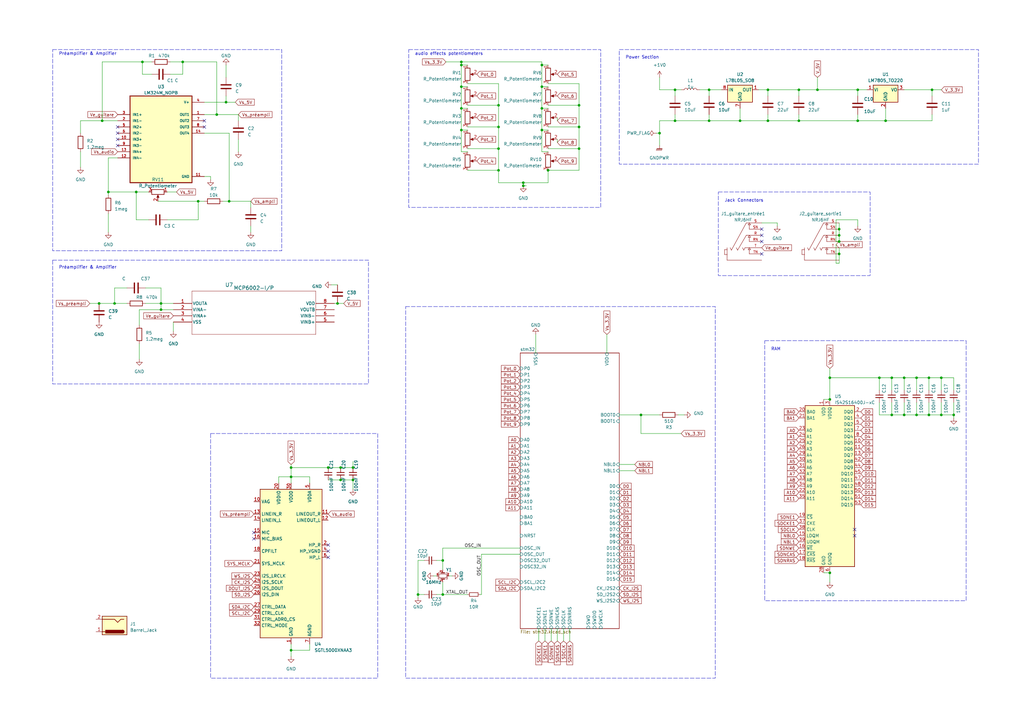
<source format=kicad_sch>
(kicad_sch (version 20230121) (generator eeschema)
  (paper "A3")
  (title_block (title "Schéma electrique de la pédale multi-effets") (date "2023-10-17") (company "PME - ENSEA") (comment 1 "Camille LANFREDI") (comment 2 "Jolan Thomasset") (comment 3 "Luca Crosetto"))
  (lib_symbols
    (symbol "2023-11-07_21-38-13:MCP6002-I_P" (pin_names (offset 0.254))
      (property "Reference" "U" (at 33.02 10.16 0))
      (property "Value" "MCP6002-I/P" (at 33.02 7.62 0))
      (symbol "MCP6002-I_P_0_1"
        (pin unspecified line (at 0 0 0) (length 7.62) (name "VOUTA") (number "1"))
        (pin unspecified line (at 0 -2.54 0) (length 7.62) (name "VINA-") (number "2"))
        (pin unspecified line (at 0 -5.08 0) (length 7.62) (name "VINA+") (number "3"))
        (pin unspecified line (at 0 -7.62 0) (length 7.62) (name "VSS") (number "4"))
        (pin unspecified line (at 66.04 -7.62 180) (length 7.62) (name "VINB+") (number "5"))
        (pin unspecified line (at 66.04 -5.08 180) (length 7.62) (name "VINB-") (number "6"))
        (pin unspecified line (at 66.04 -2.54 180) (length 7.62) (name "VOUTB") (number "7"))
        (pin unspecified line (at 66.04 0 180) (length 7.62) (name "VDD") (number "8"))
      )
    )
    (symbol "Audio:SGTL5000XNAA3"
      (property "Reference" "U" (at 0 0 0))
      (property "Value" "SGTL5000XNAA3" (at -7.62 -31.75 0))
      (symbol "SGTL5000XNAA3_1_1"
        (pin power_in line (at 0 -33.02 90) (length 2.54) (name "GND") (number "1"))
        (pin passive line (at -15.24 25.4 0) (length 2.54) (name "VAG") (number "10"))
        (pin output line (at 15.24 20.32 180) (length 2.54) (name "LINEOUT_R") (number "11"))
        (pin output line (at 15.24 17.78 180) (length 2.54) (name "LINEOUT_L") (number "12"))
        (pin input line (at -15.24 20.32 0) (length 2.54) (name "LINEIN_R") (number "13"))
        (pin input line (at -15.24 17.78 0) (length 2.54) (name "LINEIN_L") (number "14"))
        (pin input line (at -15.24 12.7 0) (length 2.54) (name "MIC") (number "15"))
        (pin input line (at -15.24 10.16 0) (length 2.54) (name "MIC_BIAS") (number "16"))
        (pin no_connect line (at 10.16 -20.32 0) (length 2.54) hide (name "NC") (number "17"))
        (pin input line (at -15.24 5.08 0) (length 2.54) (name "CPFILT") (number "18"))
        (pin no_connect line (at 10.16 -2.54 0) (length 2.54) hide (name "NC") (number "19"))
        (pin output line (at 15.24 7.62 180) (length 2.54) (name "HP_R") (number "2"))
        (pin power_in line (at -5.08 33.02 270) (length 2.54) (name "VDDIO") (number "20"))
        (pin input line (at -15.24 0 0) (length 2.54) (name "SYS_MCLK") (number "21"))
        (pin no_connect line (at 10.16 -5.08 0) (length 2.54) hide (name "NC") (number "22"))
        (pin input line (at -15.24 -5.08 0) (length 2.54) (name "I2S_LRCLK") (number "23"))
        (pin input line (at -15.24 -7.62 0) (length 2.54) (name "I2S_SCLK") (number "24"))
        (pin output line (at -15.24 -10.16 0) (length 2.54) (name "I2S_DOUT") (number "25"))
        (pin input line (at -15.24 -12.7 0) (length 2.54) (name "I2S_DIN") (number "26"))
        (pin input line (at -15.24 -17.78 0) (length 2.54) (name "CTRL_DATA") (number "27"))
        (pin no_connect line (at 10.16 -7.62 0) (length 2.54) hide (name "NC") (number "28"))
        (pin input line (at -15.24 -20.32 0) (length 2.54) (name "CTRL_CLK") (number "29"))
        (pin passive line (at 0 -33.02 90) (length 2.54) hide (name "GND") (number "3"))
        (pin power_in line (at 0 33.02 270) (length 2.54) (name "VDDD") (number "30"))
        (pin input line (at -15.24 -22.86 0) (length 2.54) (name "CTRL_ADR0_CS") (number "31"))
        (pin input line (at -15.24 -25.4 0) (length 2.54) (name "CTRL_MODE") (number "32"))
        (pin passive line (at 0 -33.02 90) (length 2.54) hide (name "GND") (number "33"))
        (pin power_out line (at 15.24 5.08 180) (length 2.54) (name "HP_VGND") (number "4"))
        (pin power_in line (at 7.62 33.02 270) (length 2.54) (name "VDDA") (number "5"))
        (pin output line (at 15.24 2.54 180) (length 2.54) (name "HP_L") (number "6"))
        (pin power_in line (at 7.62 -33.02 90) (length 2.54) (name "AGND") (number "7"))
        (pin no_connect line (at 10.16 -15.24 0) (length 2.54) hide (name "NC") (number "8"))
        (pin no_connect line (at 10.16 -17.78 0) (length 2.54) hide (name "NC") (number "9"))
      )
    )
    (symbol "Connector:Barrel_Jack" (pin_names (offset 1.016))
      (property "Reference" "J" (at 0 5.334 0))
      (property "Value" "Barrel_Jack" (at 0 -5.08 0))
      (symbol "Barrel_Jack_1_1"
        (pin passive line (at 7.62 2.54 180) (length 2.54) (name "~") (number "1"))
        (pin passive line (at 7.62 -2.54 180) (length 2.54) (name "~") (number "2"))
      )
    )
    (symbol "Device:C" (pin_numbers hide) (pin_names (offset 0.254))
      (property "Reference" "C" (at 0.635 2.54 0))
      (property "Value" "C" (at 0.635 -2.54 0))
      (symbol "C_1_1"
        (pin passive line (at 0 3.81 270) (length 2.794) (name "~") (number "1"))
        (pin passive line (at 0 -3.81 90) (length 2.794) (name "~") (number "2"))
      )
    )
    (symbol "Device:C_Small" (pin_numbers hide) (pin_names (offset 0.254) hide)
      (property "Reference" "C" (at 0.254 1.778 0))
      (property "Value" "C_Small" (at 0.254 -2.032 0))
      (symbol "C_Small_1_1"
        (pin passive line (at 0 2.54 270) (length 2.032) (name "~") (number "1"))
        (pin passive line (at 0 -2.54 90) (length 2.032) (name "~") (number "2"))
      )
    )
    (symbol "Device:Crystal_GND24_Small" (pin_names (offset 1.016) hide)
      (property "Reference" "Y" (at 1.27 4.445 0))
      (property "Value" "Crystal_GND24_Small" (at 1.27 2.54 0))
      (symbol "Crystal_GND24_Small_1_1"
        (pin passive line (at -2.54 0 0) (length 1.27) (name "1") (number "1"))
        (pin passive line (at 0 -2.54 90) (length 0.635) (name "2") (number "2"))
        (pin passive line (at 2.54 0 180) (length 1.27) (name "3") (number "3"))
        (pin passive line (at 0 2.54 270) (length 0.635) (name "4") (number "4"))
      )
    )
    (symbol "Device:L" (pin_numbers hide) (pin_names (offset 1.016) hide)
      (property "Reference" "L" (at -1.27 0 90))
      (property "Value" "L" (at 1.905 0 90))
      (symbol "L_1_1"
        (pin passive line (at 0 3.81 270) (length 1.27) (name "1") (number "1"))
        (pin passive line (at 0 -3.81 90) (length 1.27) (name "2") (number "2"))
      )
    )
    (symbol "Device:R" (pin_numbers hide) (pin_names (offset 0))
      (property "Reference" "R" (at 2.032 0 90))
      (property "Value" "R" (at 0 0 90))
      (symbol "R_1_1"
        (pin passive line (at 0 3.81 270) (length 1.27) (name "~") (number "1"))
        (pin passive line (at 0 -3.81 90) (length 1.27) (name "~") (number "2"))
      )
    )
    (symbol "Device:R_Potentiometer" (pin_names (offset 1.016) hide)
      (property "Reference" "RV" (at -4.445 0 90))
      (property "Value" "R_Potentiometer" (at -2.54 0 90))
      (symbol "R_Potentiometer_1_1"
        (pin passive line (at 0 3.81 270) (length 1.27) (name "1") (number "1"))
        (pin passive line (at 3.81 0 180) (length 1.27) (name "2") (number "2"))
        (pin passive line (at 0 -3.81 90) (length 1.27) (name "3") (number "3"))
      )
    )
    (symbol "Device:R_Small" (pin_numbers hide) (pin_names (offset 0.254) hide)
      (property "Reference" "R" (at 0.762 0.508 0))
      (property "Value" "R_Small" (at 0.762 -1.016 0))
      (symbol "R_Small_1_1"
        (pin passive line (at 0 2.54 270) (length 0.762) (name "~") (number "1"))
        (pin passive line (at 0 -2.54 90) (length 0.762) (name "~") (number "2"))
      )
    )
    (symbol "LM324M_NOPB:LM324M_NOPB" (pin_names (offset 1.016))
      (property "Reference" "U" (at -12.7 18.78 0))
      (property "Value" "LM324M_NOPB" (at -12.7 -21.78 0))
      (symbol "LM324M_NOPB_0_0"
        (pin output line (at 17.78 10.16 180) (length 5.08) (name "OUT1") (number "1"))
        (pin input line (at -17.78 0 0) (length 5.08) (name "IN3+") (number "10"))
        (pin power_in line (at 17.78 -15.24 180) (length 5.08) (name "GND") (number "11"))
        (pin input line (at -17.78 -7.62 0) (length 5.08) (name "IN4-") (number "12"))
        (pin input line (at -17.78 -5.08 0) (length 5.08) (name "IN4+") (number "13"))
        (pin output line (at 17.78 2.54 180) (length 5.08) (name "OUT4") (number "14"))
        (pin input line (at -17.78 7.62 0) (length 5.08) (name "IN1-") (number "2"))
        (pin input line (at -17.78 10.16 0) (length 5.08) (name "IN1+") (number "3"))
        (pin power_in line (at 17.78 15.24 180) (length 5.08) (name "V+") (number "4"))
        (pin input line (at -17.78 5.08 0) (length 5.08) (name "IN2+") (number "5"))
        (pin input line (at -17.78 2.54 0) (length 5.08) (name "IN2-") (number "6"))
        (pin output line (at 17.78 7.62 180) (length 5.08) (name "OUT2") (number "7"))
        (pin output line (at 17.78 5.08 180) (length 5.08) (name "OUT3") (number "8"))
        (pin input line (at -17.78 -2.54 0) (length 5.08) (name "IN3-") (number "9"))
      )
    )
    (symbol "Memory_RAM:IS42S16400J-xC"
      (property "Reference" "U" (at -8.89 34.29 0))
      (property "Value" "IS42S16400J-xC" (at 8.89 34.29 0))
      (symbol "IS42S16400J-xC_1_1"
        (pin power_in line (at -2.54 35.56 270) (length 2.54) (name "VDD") (number "1"))
        (pin bidirectional line (at 12.7 17.78 180) (length 2.54) (name "DQ5") (number "10"))
        (pin bidirectional line (at 12.7 15.24 180) (length 2.54) (name "DQ6") (number "11"))
        (pin passive line (at 0 -35.56 90) (length 2.54) hide (name "GNDQ") (number "12"))
        (pin bidirectional line (at 12.7 12.7 180) (length 2.54) (name "DQ7") (number "13"))
        (pin passive line (at -2.54 35.56 270) (length 2.54) hide (name "VDD") (number "14"))
        (pin input line (at -12.7 -20.32 0) (length 2.54) (name "LDQM") (number "15"))
        (pin input line (at -12.7 -25.4 0) (length 2.54) (name "~{WE}") (number "16"))
        (pin input line (at -12.7 -27.94 0) (length 2.54) (name "~{CAS}") (number "17"))
        (pin input line (at -12.7 -30.48 0) (length 2.54) (name "~{RAS}") (number "18"))
        (pin input line (at -12.7 -12.7 0) (length 2.54) (name "~{CS}") (number "19"))
        (pin bidirectional line (at 12.7 30.48 180) (length 2.54) (name "DQ0") (number "2"))
        (pin input line (at -12.7 30.48 0) (length 2.54) (name "BA0") (number "20"))
        (pin input line (at -12.7 27.94 0) (length 2.54) (name "BA1") (number "21"))
        (pin input line (at -12.7 -2.54 0) (length 2.54) (name "A10") (number "22"))
        (pin input line (at -12.7 22.86 0) (length 2.54) (name "A0") (number "23"))
        (pin input line (at -12.7 20.32 0) (length 2.54) (name "A1") (number "24"))
        (pin input line (at -12.7 17.78 0) (length 2.54) (name "A2") (number "25"))
        (pin input line (at -12.7 15.24 0) (length 2.54) (name "A3") (number "26"))
        (pin passive line (at -2.54 35.56 270) (length 2.54) hide (name "VDD") (number "27"))
        (pin power_in line (at -2.54 -35.56 90) (length 2.54) (name "GND") (number "28"))
        (pin input line (at -12.7 12.7 0) (length 2.54) (name "A4") (number "29"))
        (pin power_in line (at 0 35.56 270) (length 2.54) (name "VDDQ") (number "3"))
        (pin input line (at -12.7 10.16 0) (length 2.54) (name "A5") (number "30"))
        (pin input line (at -12.7 7.62 0) (length 2.54) (name "A6") (number "31"))
        (pin input line (at -12.7 5.08 0) (length 2.54) (name "A7") (number "32"))
        (pin input line (at -12.7 2.54 0) (length 2.54) (name "A8") (number "33"))
        (pin input line (at -12.7 0 0) (length 2.54) (name "A9") (number "34"))
        (pin input line (at -12.7 -5.08 0) (length 2.54) (name "A11") (number "35"))
        (pin no_connect line (at 10.16 -17.78 180) (length 2.54) hide (name "NC") (number "36"))
        (pin input line (at -12.7 -15.24 0) (length 2.54) (name "CKE") (number "37"))
        (pin input line (at -12.7 -17.78 0) (length 2.54) (name "CLK") (number "38"))
        (pin input line (at -12.7 -22.86 0) (length 2.54) (name "UDQM") (number "39"))
        (pin bidirectional line (at 12.7 27.94 180) (length 2.54) (name "DQ1") (number "4"))
        (pin no_connect line (at 10.16 -20.32 180) (length 2.54) hide (name "NC") (number "40"))
        (pin passive line (at -2.54 -35.56 90) (length 2.54) hide (name "GND") (number "41"))
        (pin bidirectional line (at 12.7 10.16 180) (length 2.54) (name "DQ8") (number "42"))
        (pin passive line (at 0 35.56 270) (length 2.54) hide (name "VDDQ") (number "43"))
        (pin bidirectional line (at 12.7 7.62 180) (length 2.54) (name "DQ9") (number "44"))
        (pin bidirectional line (at 12.7 5.08 180) (length 2.54) (name "DQ10") (number "45"))
        (pin passive line (at 0 -35.56 90) (length 2.54) hide (name "GNDQ") (number "46"))
        (pin bidirectional line (at 12.7 2.54 180) (length 2.54) (name "DQ11") (number "47"))
        (pin bidirectional line (at 12.7 0 180) (length 2.54) (name "DQ12") (number "48"))
        (pin passive line (at 0 35.56 270) (length 2.54) hide (name "VDDQ") (number "49"))
        (pin bidirectional line (at 12.7 25.4 180) (length 2.54) (name "DQ2") (number "5"))
        (pin bidirectional line (at 12.7 -2.54 180) (length 2.54) (name "DQ13") (number "50"))
        (pin bidirectional line (at 12.7 -5.08 180) (length 2.54) (name "DQ14") (number "51"))
        (pin passive line (at 0 -35.56 90) (length 2.54) hide (name "GNDQ") (number "52"))
        (pin bidirectional line (at 12.7 -7.62 180) (length 2.54) (name "DQ15") (number "53"))
        (pin passive line (at -2.54 -35.56 90) (length 2.54) hide (name "GND") (number "54"))
        (pin power_in line (at 0 -35.56 90) (length 2.54) (name "GNDQ") (number "6"))
        (pin bidirectional line (at 12.7 22.86 180) (length 2.54) (name "DQ3") (number "7"))
        (pin bidirectional line (at 12.7 20.32 180) (length 2.54) (name "DQ4") (number "8"))
        (pin passive line (at 0 35.56 270) (length 2.54) hide (name "VDDQ") (number "9"))
      )
    )
    (symbol "NRJ6HF:NRJ6HF" (pin_names (offset 1.016))
      (property "Reference" "J" (at -4.0676 9.4019 0))
      (property "Value" "NRJ6HF" (at -4.0738 -10.9367 0))
      (symbol "NRJ6HF_0_0"
        (pin passive line (at 7.62 2.54 180) (length 5.08) (name "~") (number "R"))
        (pin passive line (at 7.62 0 180) (length 5.08) (name "~") (number "RN"))
        (pin passive line (at 7.62 7.62 180) (length 5.08) (name "~") (number "S"))
        (pin passive line (at 7.62 5.08 180) (length 5.08) (name "~") (number "SN"))
        (pin passive line (at 7.62 -2.54 180) (length 5.08) (name "~") (number "T"))
        (pin passive line (at 7.62 -5.08 180) (length 5.08) (name "~") (number "TN"))
      )
    )
    (symbol "Regulator_Linear:L78L05_SO8" (pin_names (offset 0.254))
      (property "Reference" "U" (at -3.81 3.175 0))
      (property "Value" "L78L05_SO8" (at 0 3.175 0))
      (symbol "L78L05_SO8_1_1"
        (pin power_out line (at 7.62 0 180) (length 2.54) (name "OUT") (number "1"))
        (pin passive line (at 0 -7.62 90) (length 2.54) hide (name "GND") (number "2"))
        (pin passive line (at 0 -7.62 90) (length 2.54) hide (name "GND") (number "3"))
        (pin no_connect line (at -5.08 -2.54 0) (length 2.54) hide (name "NC") (number "4"))
        (pin no_connect line (at 5.08 -2.54 180) (length 2.54) hide (name "NC") (number "5"))
        (pin passive line (at 0 -7.62 90) (length 2.54) hide (name "GND") (number "6"))
        (pin power_in line (at 0 -7.62 90) (length 2.54) (name "GND") (number "7"))
        (pin power_in line (at -7.62 0 0) (length 2.54) (name "IN") (number "8"))
      )
    )
    (symbol "Regulator_Linear:LM7805_TO220" (pin_names (offset 0.254))
      (property "Reference" "U" (at -3.81 3.175 0))
      (property "Value" "LM7805_TO220" (at 0 3.175 0))
      (symbol "LM7805_TO220_1_1"
        (pin power_in line (at -7.62 0 0) (length 2.54) (name "VI") (number "1"))
        (pin power_in line (at 0 -7.62 90) (length 2.54) (name "GND") (number "2"))
        (pin power_out line (at 7.62 0 180) (length 2.54) (name "VO") (number "3"))
      )
    )
    (symbol "power:+1V0" (power) (pin_names (offset 0))
      (property "Value" "+1V0" (at 0 3.556 0))
      (symbol "+1V0_1_1"
        (pin power_in line (at 0 0 90) (length 0) hide (name "+1V0") (number "1"))
      )
    )
    (symbol "power:GND" (power) (pin_names (offset 0))
      (property "Value" "GND" (at 0 -3.81 0))
      (symbol "GND_1_1"
        (pin power_in line (at 0 0 270) (length 0) hide (name "GND") (number "1"))
      )
    )
    (symbol "power:GNDPWR" (power) (pin_names (offset 0))
      (property "Value" "GNDPWR" (at 0 -3.302 0))
      (symbol "GNDPWR_1_1"
        (pin power_in line (at 0 0 270) (length 0) hide (name "GNDPWR") (number "1"))
      )
    )
    (symbol "power:PWR_FLAG" (power) (pin_numbers hide) (pin_names (offset 0) hide)
      (property "Value" "PWR_FLAG" (at 0 3.81 0))
      (symbol "PWR_FLAG_0_0"
        (pin power_out line (at 0 0 90) (length 0) (name "pwr") (number "1"))
      )
    )
  )
  (junction (at 391.16 170.18))
  (junction (at 340.36 154.94))
  (junction (at 189.23 25.4))
  (junction (at 40.64 124.46))
  (junction (at 55.88 78.74))
  (junction (at 351.79 49.53))
  (junction (at 365.76 154.94))
  (junction (at 314.96 49.53))
  (junction (at 74.93 25.4))
  (junction (at 224.79 69.85))
  (junction (at 290.83 49.53))
  (junction (at 204.47 43.18))
  (junction (at 119.38 266.7))
  (junction (at 237.49 43.18))
  (junction (at 386.08 170.18))
  (junction (at 189.23 26.67))
  (junction (at 119.38 195.58))
  (junction (at 290.83 36.83))
  (junction (at 189.23 53.34))
  (junction (at 327.66 49.53))
  (junction (at 66.04 127))
  (junction (at 360.68 154.94))
  (junction (at 327.66 36.83))
  (junction (at 189.23 35.56))
  (junction (at 344.17 93.98))
  (junction (at 44.45 78.74))
  (junction (at 340.36 163.83))
  (junction (at 222.25 53.34))
  (junction (at 303.53 49.53))
  (junction (at 139.7 191.77))
  (junction (at 222.25 35.56))
  (junction (at 93.98 82.55))
  (junction (at 204.47 52.07))
  (junction (at 66.04 124.46))
  (junction (at 314.96 36.83))
  (junction (at 344.17 96.52))
  (junction (at 270.51 54.61))
  (junction (at 204.47 69.85))
  (junction (at 81.28 82.55))
  (junction (at 370.84 170.18))
  (junction (at 214.63 74.93))
  (junction (at 340.36 234.95))
  (junction (at 344.17 99.06))
  (junction (at 134.62 191.77))
  (junction (at 370.84 154.94))
  (junction (at 365.76 170.18))
  (junction (at 237.49 60.96))
  (junction (at 171.45 243.84))
  (junction (at 351.79 36.83))
  (junction (at 222.25 26.67))
  (junction (at 363.22 49.53))
  (junction (at 144.78 191.77))
  (junction (at 381 154.94))
  (junction (at 58.42 25.4))
  (junction (at 138.43 124.46))
  (junction (at 344.17 104.14))
  (junction (at 382.27 36.83))
  (junction (at 386.08 154.94))
  (junction (at 381 170.18))
  (junction (at 375.92 154.94))
  (junction (at 262.89 170.18))
  (junction (at 88.9 46.99))
  (junction (at 214.63 76.2))
  (junction (at 181.61 229.87))
  (junction (at 139.7 196.85))
  (junction (at 189.23 44.45))
  (junction (at 237.49 52.07))
  (junction (at 144.78 196.85))
  (junction (at 375.92 170.18))
  (junction (at 335.28 36.83))
  (junction (at 41.91 49.53))
  (junction (at 119.38 191.77))
  (junction (at 92.71 41.91))
  (junction (at 46.99 124.46))
  (junction (at 276.86 36.83))
  (junction (at 204.47 60.96))
  (junction (at 276.86 49.53))
  (junction (at 181.61 243.84))
  (junction (at 222.25 44.45))
  (no_connect (at 83.82 49.53))
  (no_connect (at 350.52 217.17))
  (no_connect (at 104.14 218.44))
  (no_connect (at 312.42 99.06))
  (no_connect (at 350.52 219.71))
  (no_connect (at 48.26 54.61))
  (no_connect (at 312.42 93.98))
  (no_connect (at 312.42 104.14))
  (no_connect (at 104.14 220.98))
  (no_connect (at 48.26 57.15))
  (no_connect (at 134.62 228.6))
  (no_connect (at 48.26 52.07))
  (no_connect (at 312.42 96.52))
  (no_connect (at 134.62 226.06))
  (no_connect (at 48.26 59.69))
  (no_connect (at 83.82 52.07))
  (no_connect (at 134.62 223.52))
  (wire (pts (xy 144.78 189.23) (xy 144.78 191.77)))
  (wire (pts (xy 88.9 25.4) (xy 88.9 46.99)))
  (wire (pts (xy 391.16 170.18) (xy 391.16 165.1)))
  (wire (pts (xy 66.04 124.46) (xy 71.12 124.46)))
  (wire (pts (xy 72.39 78.74) (xy 68.58 78.74)))
  (wire (pts (xy 119.38 266.7) (xy 127 266.7)))
  (wire (pts (xy 228.6 57.15) (xy 228.6 58.42)))
  (wire (pts (xy 59.69 124.46) (xy 66.04 124.46)))
  (wire (pts (xy 134.62 196.85) (xy 139.7 196.85)))
  (wire (pts (xy 127 264.16) (xy 127 266.7)))
  (wire (pts (xy 93.98 54.61) (xy 93.98 82.55)))
  (wire (pts (xy 290.83 46.99) (xy 290.83 49.53)))
  (wire (pts (xy 276.86 36.83) (xy 276.86 39.37)))
  (wire (pts (xy 327.66 36.83) (xy 327.66 39.37)))
  (wire (pts (xy 360.68 154.94) (xy 360.68 160.02)))
  (wire (pts (xy 71.12 127) (xy 66.04 127)))
  (wire (pts (xy 189.23 44.45) (xy 189.23 53.34)))
  (wire (pts (xy 204.47 34.29) (xy 204.47 43.18)))
  (wire (pts (xy 92.71 39.37) (xy 92.71 41.91)))
  (wire (pts (xy 391.16 160.02) (xy 391.16 154.94)))
  (wire (pts (xy 189.23 25.4) (xy 189.23 26.67)))
  (wire (pts (xy 92.71 41.91) (xy 96.52 41.91)))
  (wire (pts (xy 92.71 26.67) (xy 92.71 31.75)))
  (wire (pts (xy 381 154.94) (xy 381 160.02)))
  (wire (pts (xy 318.77 91.44) (xy 318.77 92.71)))
  (wire (pts (xy 344.17 99.06) (xy 344.17 96.52)))
  (wire (pts (xy 69.85 30.48) (xy 74.93 30.48)))
  (wire (pts (xy 335.28 36.83) (xy 351.79 36.83)))
  (wire (pts (xy 270.51 49.53) (xy 270.51 54.61)))
  (wire (pts (xy 262.89 177.8) (xy 279.4 177.8)))
  (wire (pts (xy 342.9 99.06) (xy 344.17 99.06)))
  (wire (pts (xy 382.27 36.83) (xy 382.27 39.37)))
  (wire (pts (xy 191.77 43.18) (xy 204.47 43.18)))
  (wire (pts (xy 303.53 49.53) (xy 290.83 49.53)))
  (wire (pts (xy 135.89 116.84) (xy 138.43 116.84)))
  (wire (pts (xy 44.45 64.77) (xy 44.45 78.74)))
  (wire (pts (xy 204.47 52.07) (xy 191.77 52.07)))
  (wire (pts (xy 58.42 25.4) (xy 62.23 25.4)))
  (wire (pts (xy 314.96 36.83) (xy 314.96 39.37)))
  (wire (pts (xy 57.15 127) (xy 57.15 133.35)))
  (wire (pts (xy 46.99 118.11) (xy 52.07 118.11)))
  (wire (pts (xy 46.99 118.11) (xy 46.99 124.46)))
  (wire (pts (xy 290.83 36.83) (xy 295.91 36.83)))
  (wire (pts (xy 224.79 34.29) (xy 237.49 34.29)))
  (wire (pts (xy 327.66 36.83) (xy 335.28 36.83)))
  (wire (pts (xy 69.85 25.4) (xy 74.93 25.4)))
  (wire (pts (xy 114.3 195.58) (xy 114.3 198.12)))
  (wire (pts (xy 71.12 132.08) (xy 71.12 135.89)))
  (wire (pts (xy 381 154.94) (xy 375.92 154.94)))
  (wire (pts (xy 237.49 60.96) (xy 237.49 69.85)))
  (wire (pts (xy 191.77 53.34) (xy 189.23 53.34)))
  (wire (pts (xy 204.47 60.96) (xy 191.77 60.96)))
  (wire (pts (xy 139.7 191.77) (xy 144.78 191.77)))
  (wire (pts (xy 66.04 127) (xy 66.04 124.46)))
  (wire (pts (xy 351.79 36.83) (xy 351.79 39.37)))
  (wire (pts (xy 91.44 82.55) (xy 93.98 82.55)))
  (wire (pts (xy 40.64 124.46) (xy 46.99 124.46)))
  (wire (pts (xy 55.88 90.17) (xy 55.88 78.74)))
  (wire (pts (xy 382.27 46.99) (xy 382.27 49.53)))
  (wire (pts (xy 224.79 35.56) (xy 222.25 35.56)))
  (wire (pts (xy 93.98 82.55) (xy 102.87 82.55)))
  (wire (pts (xy 237.49 60.96) (xy 224.79 60.96)))
  (wire (pts (xy 97.79 46.99) (xy 97.79 49.53)))
  (wire (pts (xy 191.77 44.45) (xy 189.23 44.45)))
  (wire (pts (xy 214.63 76.2) (xy 214.63 74.93)))
  (wire (pts (xy 66.04 118.11) (xy 66.04 124.46)))
  (wire (pts (xy 314.96 49.53) (xy 327.66 49.53)))
  (wire (pts (xy 344.17 107.95) (xy 344.17 104.14)))
  (wire (pts (xy 204.47 52.07) (xy 204.47 60.96)))
  (wire (pts (xy 179.07 229.87) (xy 181.61 229.87)))
  (wire (pts (xy 222.25 44.45) (xy 222.25 53.34)))
  (wire (pts (xy 119.38 190.5) (xy 119.38 191.77)))
  (wire (pts (xy 44.45 64.77) (xy 48.26 64.77)))
  (wire (pts (xy 381 165.1) (xy 381 170.18)))
  (wire (pts (xy 381 170.18) (xy 386.08 170.18)))
  (wire (pts (xy 55.88 78.74) (xy 60.96 78.74)))
  (wire (pts (xy 280.67 170.18) (xy 278.13 170.18)))
  (wire (pts (xy 342.9 107.95) (xy 344.17 107.95)))
  (wire (pts (xy 189.23 44.45) (xy 189.23 35.56)))
  (wire (pts (xy 226.06 257.81) (xy 226.06 262.89)))
  (wire (pts (xy 340.36 234.95) (xy 340.36 238.76)))
  (wire (pts (xy 237.49 43.18) (xy 237.49 52.07)))
  (wire (pts (xy 222.25 35.56) (xy 222.25 44.45)))
  (wire (pts (xy 181.61 229.87) (xy 181.61 233.68)))
  (wire (pts (xy 360.68 154.94) (xy 340.36 154.94)))
  (wire (pts (xy 237.49 34.29) (xy 237.49 43.18)))
  (wire (pts (xy 370.84 170.18) (xy 375.92 170.18)))
  (wire (pts (xy 351.79 36.83) (xy 355.6 36.83)))
  (wire (pts (xy 375.92 154.94) (xy 375.92 160.02)))
  (wire (pts (xy 222.25 44.45) (xy 224.79 44.45)))
  (wire (pts (xy 276.86 36.83) (xy 279.4 36.83)))
  (wire (pts (xy 97.79 57.15) (xy 97.79 62.23)))
  (wire (pts (xy 363.22 44.45) (xy 363.22 49.53)))
  (wire (pts (xy 351.79 90.17) (xy 351.79 92.71)))
  (wire (pts (xy 222.25 62.23) (xy 222.25 53.34)))
  (wire (pts (xy 119.38 191.77) (xy 134.62 191.77)))
  (wire (pts (xy 119.38 191.77) (xy 119.38 195.58)))
  (wire (pts (xy 102.87 82.55) (xy 102.87 85.09)))
  (wire (pts (xy 303.53 49.53) (xy 314.96 49.53)))
  (wire (pts (xy 233.68 257.81) (xy 233.68 262.89)))
  (wire (pts (xy 144.78 196.85) (xy 144.78 200.66)))
  (wire (pts (xy 363.22 49.53) (xy 382.27 49.53)))
  (wire (pts (xy 337.82 234.95) (xy 340.36 234.95)))
  (wire (pts (xy 189.23 53.34) (xy 189.23 62.23)))
  (wire (pts (xy 248.92 137.16) (xy 248.92 144.78)))
  (wire (pts (xy 33.02 49.53) (xy 41.91 49.53)))
  (wire (pts (xy 342.9 90.17) (xy 342.9 99.06)))
  (wire (pts (xy 270.51 54.61) (xy 269.24 54.61)))
  (wire (pts (xy 311.15 36.83) (xy 314.96 36.83)))
  (wire (pts (xy 189.23 35.56) (xy 191.77 35.56)))
  (wire (pts (xy 262.89 170.18) (xy 262.89 177.8)))
  (wire (pts (xy 370.84 154.94) (xy 370.84 160.02)))
  (wire (pts (xy 237.49 52.07) (xy 237.49 60.96)))
  (wire (pts (xy 204.47 69.85) (xy 204.47 74.93)))
  (wire (pts (xy 375.92 165.1) (xy 375.92 170.18)))
  (wire (pts (xy 41.91 25.4) (xy 41.91 49.53)))
  (wire (pts (xy 224.79 53.34) (xy 222.25 53.34)))
  (wire (pts (xy 340.36 154.94) (xy 340.36 163.83)))
  (wire (pts (xy 337.82 163.83) (xy 340.36 163.83)))
  (wire (pts (xy 68.58 90.17) (xy 81.28 90.17)))
  (wire (pts (xy 46.99 124.46) (xy 52.07 124.46)))
  (wire (pts (xy 189.23 26.67) (xy 189.23 35.56)))
  (wire (pts (xy 74.93 30.48) (xy 74.93 25.4)))
  (wire (pts (xy 44.45 78.74) (xy 55.88 78.74)))
  (wire (pts (xy 370.84 165.1) (xy 370.84 170.18)))
  (wire (pts (xy 204.47 74.93) (xy 214.63 74.93)))
  (wire (pts (xy 335.28 31.75) (xy 335.28 36.83)))
  (wire (pts (xy 102.87 92.71) (xy 102.87 95.25)))
  (wire (pts (xy 134.62 191.77) (xy 139.7 191.77)))
  (wire (pts (xy 139.7 196.85) (xy 144.78 196.85)))
  (wire (pts (xy 220.98 257.81) (xy 220.98 262.89)))
  (wire (pts (xy 370.84 154.94) (xy 365.76 154.94)))
  (wire (pts (xy 222.25 25.4) (xy 189.23 25.4)))
  (wire (pts (xy 181.61 224.79) (xy 213.36 224.79)))
  (wire (pts (xy 204.47 60.96) (xy 204.47 69.85)))
  (wire (pts (xy 312.42 91.44) (xy 318.77 91.44)))
  (wire (pts (xy 140.97 124.46) (xy 138.43 124.46)))
  (wire (pts (xy 81.28 90.17) (xy 81.28 82.55)))
  (wire (pts (xy 60.96 90.17) (xy 55.88 90.17)))
  (wire (pts (xy 33.02 54.61) (xy 33.02 49.53)))
  (wire (pts (xy 254 193.04) (xy 260.35 193.04)))
  (wire (pts (xy 365.76 165.1) (xy 365.76 170.18)))
  (wire (pts (xy 83.82 54.61) (xy 93.98 54.61)))
  (wire (pts (xy 303.53 44.45) (xy 303.53 49.53)))
  (wire (pts (xy 270.51 54.61) (xy 270.51 59.69)))
  (wire (pts (xy 171.45 243.84) (xy 171.45 245.11)))
  (wire (pts (xy 342.9 100.33) (xy 342.9 107.95)))
  (wire (pts (xy 58.42 25.4) (xy 58.42 30.48)))
  (wire (pts (xy 386.08 154.94) (xy 381 154.94)))
  (wire (pts (xy 360.68 165.1) (xy 360.68 170.18)))
  (wire (pts (xy 119.38 266.7) (xy 119.38 269.24)))
  (wire (pts (xy 365.76 154.94) (xy 360.68 154.94)))
  (wire (pts (xy 228.6 257.81) (xy 228.6 262.89)))
  (wire (pts (xy 237.49 52.07) (xy 224.79 52.07)))
  (wire (pts (xy 59.69 118.11) (xy 66.04 118.11)))
  (wire (pts (xy 74.93 25.4) (xy 88.9 25.4)))
  (wire (pts (xy 88.9 46.99) (xy 97.79 46.99)))
  (wire (pts (xy 57.15 140.97) (xy 57.15 147.32)))
  (wire (pts (xy 204.47 43.18) (xy 204.47 52.07)))
  (wire (pts (xy 327.66 46.99) (xy 327.66 49.53)))
  (wire (pts (xy 86.36 72.39) (xy 86.36 73.66)))
  (wire (pts (xy 182.88 25.4) (xy 189.23 25.4)))
  (wire (pts (xy 254 170.18) (xy 262.89 170.18)))
  (wire (pts (xy 270.51 31.75) (xy 270.51 36.83)))
  (wire (pts (xy 237.49 43.18) (xy 224.79 43.18)))
  (wire (pts (xy 340.36 151.13) (xy 340.36 154.94)))
  (wire (pts (xy 177.8 236.22) (xy 179.07 236.22)))
  (wire (pts (xy 344.17 104.14) (xy 344.17 101.6)))
  (wire (pts (xy 197.485 227.33) (xy 197.485 243.84)))
  (wire (pts (xy 365.76 154.94) (xy 365.76 160.02)))
  (wire (pts (xy 41.91 25.4) (xy 58.42 25.4)))
  (wire (pts (xy 189.23 62.23) (xy 191.77 62.23)))
  (wire (pts (xy 222.25 26.67) (xy 222.25 35.56)))
  (wire (pts (xy 237.49 69.85) (xy 224.79 69.85)))
  (wire (pts (xy 382.27 36.83) (xy 370.84 36.83)))
  (wire (pts (xy 365.76 170.18) (xy 370.84 170.18)))
  (wire (pts (xy 351.79 46.99) (xy 351.79 49.53)))
  (wire (pts (xy 224.79 74.93) (xy 224.79 69.85)))
  (wire (pts (xy 181.61 243.84) (xy 191.77 243.84)))
  (wire (pts (xy 224.79 62.23) (xy 222.25 62.23)))
  (wire (pts (xy 223.52 257.81) (xy 223.52 262.89)))
  (wire (pts (xy 83.82 72.39) (xy 86.36 72.39)))
  (wire (pts (xy 344.17 96.52) (xy 344.17 93.98)))
  (wire (pts (xy 276.86 46.99) (xy 276.86 49.53)))
  (wire (pts (xy 191.77 34.29) (xy 204.47 34.29)))
  (wire (pts (xy 342.9 90.17) (xy 351.79 90.17)))
  (wire (pts (xy 360.68 170.18) (xy 365.76 170.18)))
  (wire (pts (xy 119.38 195.58) (xy 114.3 195.58)))
  (wire (pts (xy 179.07 243.84) (xy 181.61 243.84)))
  (wire (pts (xy 375.92 154.94) (xy 370.84 154.94)))
  (wire (pts (xy 386.08 165.1) (xy 386.08 170.18)))
  (wire (pts (xy 83.82 41.91) (xy 92.71 41.91)))
  (wire (pts (xy 81.28 82.55) (xy 83.82 82.55)))
  (wire (pts (xy 290.83 49.53) (xy 276.86 49.53)))
  (wire (pts (xy 33.02 62.23) (xy 33.02 68.58)))
  (wire (pts (xy 58.42 30.48) (xy 62.23 30.48)))
  (wire (pts (xy 327.66 49.53) (xy 351.79 49.53)))
  (wire (pts (xy 214.63 74.93) (xy 224.79 74.93)))
  (wire (pts (xy 127 198.12) (xy 127 195.58)))
  (wire (pts (xy 375.92 170.18) (xy 381 170.18)))
  (wire (pts (xy 64.77 82.55) (xy 81.28 82.55)))
  (wire (pts (xy 181.61 238.76) (xy 181.61 243.84)))
  (wire (pts (xy 215.9 76.2) (xy 214.63 76.2)))
  (wire (pts (xy 171.45 243.84) (xy 173.99 243.84)))
  (wire (pts (xy 270.51 170.18) (xy 262.89 170.18)))
  (wire (pts (xy 276.86 49.53) (xy 270.51 49.53)))
  (wire (pts (xy 231.14 257.81) (xy 231.14 262.89)))
  (wire (pts (xy 270.51 36.83) (xy 276.86 36.83)))
  (wire (pts (xy 254 190.5) (xy 260.35 190.5)))
  (wire (pts (xy 184.15 236.22) (xy 185.42 236.22)))
  (wire (pts (xy 386.08 170.18) (xy 391.16 170.18)))
  (wire (pts (xy 287.02 36.83) (xy 290.83 36.83)))
  (wire (pts (xy 36.83 124.46) (xy 40.64 124.46)))
  (wire (pts (xy 138.43 124.46) (xy 137.16 124.46)))
  (wire (pts (xy 191.77 26.67) (xy 189.23 26.67)))
  (wire (pts (xy 290.83 36.83) (xy 290.83 39.37)))
  (wire (pts (xy 119.38 264.16) (xy 119.38 266.7)))
  (wire (pts (xy 44.45 87.63) (xy 44.45 95.25)))
  (wire (pts (xy 171.45 229.87) (xy 173.99 229.87)))
  (wire (pts (xy 386.08 154.94) (xy 386.08 160.02)))
  (wire (pts (xy 391.16 170.18) (xy 391.16 171.45)))
  (wire (pts (xy 66.04 127) (xy 57.15 127)))
  (wire (pts (xy 44.45 78.74) (xy 44.45 80.01)))
  (wire (pts (xy 41.91 49.53) (xy 48.26 49.53)))
  (wire (pts (xy 314.96 46.99) (xy 314.96 49.53)))
  (wire (pts (xy 181.61 224.79) (xy 181.61 229.87)))
  (wire (pts (xy 83.82 46.99) (xy 88.9 46.99)))
  (wire (pts (xy 344.17 93.98) (xy 344.17 91.44)))
  (wire (pts (xy 119.38 198.12) (xy 119.38 195.58)))
  (wire (pts (xy 391.16 154.94) (xy 386.08 154.94)))
  (wire (pts (xy 382.27 36.83) (xy 386.08 36.83)))
  (wire (pts (xy 219.71 137.16) (xy 219.71 144.78)))
  (wire (pts (xy 228.6 48.26) (xy 228.6 49.53)))
  (wire (pts (xy 171.45 229.87) (xy 171.45 243.84)))
  (wire (pts (xy 204.47 69.85) (xy 191.77 69.85)))
  (wire (pts (xy 224.79 26.67) (xy 222.25 26.67)))
  (wire (pts (xy 119.38 195.58) (xy 127 195.58)))
  (wire (pts (xy 222.25 26.67) (xy 222.25 25.4)))
  (wire (pts (xy 197.485 243.84) (xy 196.85 243.84)))
  (wire (pts (xy 314.96 36.83) (xy 327.66 36.83)))
  (wire (pts (xy 197.485 227.33) (xy 213.36 227.33)))
  (wire (pts (xy 351.79 49.53) (xy 363.22 49.53)))
  (rectangle (start 86.36 177.8) (end 154.94 278.13) (stroke (width 0) (type dash)))
  (rectangle (start 254 20.32) (end 401.32 67.31) (stroke (width 0) (type dash)))
  (rectangle (start 21.59 106.68) (end 151.13 157.48) (stroke (width 0) (type dash)))
  (rectangle (start 21.59 20.32) (end 115.57 102.87) (stroke (width 0) (type dash)))
  (rectangle (start 167.64 20.32) (end 246.38 85.09) (stroke (width 0) (type dash)))
  (rectangle (start 313.69 139.7) (end 396.24 246.38) (stroke (width 0) (type dash)))
  (rectangle (start 166.37 125.73) (end 293.37 278.13) (stroke (width 0) (type dash)))
  (rectangle (start 294.64 78.74) (end 356.87 113.03) (stroke (width 0) (type dash)))
  (text "I2S DOUT :  transmettre les données audio numériques vers d'autres composants ou périphériques, comme des amplificateurs audio, des convertisseurs numérique-analogique (DAC), des processeurs de traitement audio, etc." (at -10.16 309.88 0) (effects (font (size 1.27 1.27)) (justify left bottom)))
  (text "RAM\n \n" (at 316.23 146.05 0) (effects (font (size 1.27 1.27)) (justify left bottom)))
  (text "Power Section\n\n\n\n" (at 256.54 30.48 0) (effects (font (size 1.27 1.27)) (justify left bottom)))
  (text "Préamplifier & Amplifier\n" (at 24.13 22.86 0) (effects (font (size 1.27 1.27)) (justify left bottom)))
  (text "Préamplifier & Amplifier\n" (at 24.13 110.49 0) (effects (font (size 1.27 1.27)) (justify left bottom)))
  (text "SYSMCLK est connecté a la clock du µP" (at -10.16 314.96 0) (effects (font (size 1.27 1.27)) (justify left bottom)))
  (text "audio effects potentiometers\n" (at 170.18 22.86 0) (effects (font (size 1.27 1.27)) (justify left bottom)))
  (text "Jack Connectors\n\n" (at 297.18 85.09 0) (effects (font (size 1.27 1.27)) (justify left bottom)))
  (label "OSC_IN" (at 190.5 224.79 0))
  (label "XTAL_OUT" (at 182.88 243.84 0))
  (label "OSC_OUT" (at 197.485 236.22 90))
  (global_label "Pot_5" (shape input) (at 213.36 163.83 180) (property "Intersheetrefs" "${INTERSHEET_REFS}" (effects hide)))
  (global_label "D0" (shape input) (at 353.06 168.91 0) (property "Intersheetrefs" "${INTERSHEET_REFS}" (effects hide)))
  (global_label "D10" (shape input) (at 254 224.79 0) (property "Intersheetrefs" "${INTERSHEET_REFS}" (effects hide)))
  (global_label "A4" (shape input) (at 327.66 186.69 180) (property "Intersheetrefs" "${INTERSHEET_REFS}" (effects hide)))
  (global_label "Pot_8" (shape input) (at 228.6 58.42 0) (property "Intersheetrefs" "${INTERSHEET_REFS}" (effects hide)))
  (global_label "A3" (shape input) (at 327.66 184.15 180) (property "Intersheetrefs" "${INTERSHEET_REFS}" (effects hide)))
  (global_label "D8" (shape input) (at 254 219.71 0) (property "Intersheetrefs" "${INTERSHEET_REFS}" (effects hide)))
  (global_label "D9" (shape input) (at 353.06 191.77 0) (property "Intersheetrefs" "${INTERSHEET_REFS}" (effects hide)))
  (global_label "D1" (shape input) (at 254 201.93 0) (property "Intersheetrefs" "${INTERSHEET_REFS}" (effects hide)))
  (global_label "NBL1" (shape input) (at 327.66 222.25 180) (property "Intersheetrefs" "${INTERSHEET_REFS}" (effects hide)))
  (global_label "A8" (shape input) (at 327.66 196.85 180) (property "Intersheetrefs" "${INTERSHEET_REFS}" (effects hide)))
  (global_label "SDA_I2C" (shape input) (at 104.14 248.92 180) (property "Intersheetrefs" "${INTERSHEET_REFS}" (effects hide)))
  (global_label "Pot_2" (shape input) (at 213.36 156.21 180) (property "Intersheetrefs" "${INTERSHEET_REFS}" (effects hide)))
  (global_label "SDCLK" (shape input) (at 327.66 217.17 180) (property "Intersheetrefs" "${INTERSHEET_REFS}" (effects hide)))
  (global_label "Pot_4" (shape input) (at 213.36 161.29 180) (property "Intersheetrefs" "${INTERSHEET_REFS}" (effects hide)))
  (global_label "D13" (shape input) (at 254 232.41 0) (property "Intersheetrefs" "${INTERSHEET_REFS}" (effects hide)))
  (global_label "D2" (shape input) (at 353.06 173.99 0) (property "Intersheetrefs" "${INTERSHEET_REFS}" (effects hide)))
  (global_label "D5" (shape input) (at 254 212.09 0) (property "Intersheetrefs" "${INTERSHEET_REFS}" (effects hide)))
  (global_label "SCL_I2C" (shape input) (at 104.14 251.46 180) (property "Intersheetrefs" "${INTERSHEET_REFS}" (effects hide)))
  (global_label "SDA_I2C" (shape input) (at 213.36 241.3 180) (property "Intersheetrefs" "${INTERSHEET_REFS}" (effects hide)))
  (global_label "Vs_3,3V" (shape input) (at 182.88 25.4 180) (property "Intersheetrefs" "${INTERSHEET_REFS}" (effects hide)))
  (global_label "D12" (shape input) (at 353.06 199.39 0) (property "Intersheetrefs" "${INTERSHEET_REFS}" (effects hide)))
  (global_label "D9" (shape input) (at 254 222.25 0) (property "Intersheetrefs" "${INTERSHEET_REFS}" (effects hide)))
  (global_label "D4" (shape input) (at 254 209.55 0) (property "Intersheetrefs" "${INTERSHEET_REFS}" (effects hide)))
  (global_label "A1" (shape input) (at 213.36 182.88 180) (property "Intersheetrefs" "${INTERSHEET_REFS}" (effects hide)))
  (global_label "NBL1" (shape input) (at 260.35 193.04 0) (property "Intersheetrefs" "${INTERSHEET_REFS}" (effects hide)))
  (global_label "Vs_audio" (shape input) (at 48.26 62.23 180) (property "Intersheetrefs" "${INTERSHEET_REFS}" (effects hide)))
  (global_label "Ve_guitare" (shape input) (at 48.26 46.99 180) (property "Intersheetrefs" "${INTERSHEET_REFS}" (effects hide)))
  (global_label "Vs_3,3V" (shape input) (at 279.4 177.8 0) (property "Intersheetrefs" "${INTERSHEET_REFS}" (effects hide)))
  (global_label "V_3,3V" (shape input) (at 386.08 36.83 0) (property "Intersheetrefs" "${INTERSHEET_REFS}" (effects hide)))
  (global_label "D2" (shape input) (at 254 204.47 0) (property "Intersheetrefs" "${INTERSHEET_REFS}" (effects hide)))
  (global_label "SYS_MCLK" (shape input) (at 104.14 231.14 180) (property "Intersheetrefs" "${INTERSHEET_REFS}" (effects hide)))
  (global_label "D13" (shape input) (at 353.06 201.93 0) (property "Intersheetrefs" "${INTERSHEET_REFS}" (effects hide)))
  (global_label "Vs_ampli" (shape input) (at 102.87 82.55 0) (property "Intersheetrefs" "${INTERSHEET_REFS}" (effects hide)))
  (global_label "NBL0" (shape input) (at 260.35 190.5 0) (property "Intersheetrefs" "${INTERSHEET_REFS}" (effects hide)))
  (global_label "A2" (shape input) (at 327.66 181.61 180) (property "Intersheetrefs" "${INTERSHEET_REFS}" (effects hide)))
  (global_label "Pot_7" (shape input) (at 213.36 168.91 180) (property "Intersheetrefs" "${INTERSHEET_REFS}" (effects hide)))
  (global_label "Pot_4" (shape input) (at 195.58 66.04 0) (property "Intersheetrefs" "${INTERSHEET_REFS}" (effects hide)))
  (global_label "NBL0" (shape input) (at 327.66 219.71 180) (property "Intersheetrefs" "${INTERSHEET_REFS}" (effects hide)))
  (global_label "SDNCAS" (shape input) (at 327.66 227.33 180) (property "Intersheetrefs" "${INTERSHEET_REFS}" (effects hide)))
  (global_label "Pot_1" (shape input) (at 195.58 39.37 0) (property "Intersheetrefs" "${INTERSHEET_REFS}" (effects hide)))
  (global_label "Vs_5V" (shape input) (at 72.39 78.74 0) (property "Intersheetrefs" "${INTERSHEET_REFS}" (effects hide)))
  (global_label "BA0" (shape input) (at 327.66 168.91 180) (property "Intersheetrefs" "${INTERSHEET_REFS}" (effects hide)))
  (global_label "SDNE1" (shape input) (at 327.66 212.09 180) (property "Intersheetrefs" "${INTERSHEET_REFS}" (effects hide)))
  (global_label "A1" (shape input) (at 327.66 179.07 180) (property "Intersheetrefs" "${INTERSHEET_REFS}" (effects hide)))
  (global_label "A3" (shape input) (at 213.36 187.96 180) (property "Intersheetrefs" "${INTERSHEET_REFS}" (effects hide)))
  (global_label "Vs_3,3V" (shape input) (at 119.38 190.5 90) (property "Intersheetrefs" "${INTERSHEET_REFS}" (effects hide)))
  (global_label "A0" (shape input) (at 213.36 180.34 180) (property "Intersheetrefs" "${INTERSHEET_REFS}" (effects hide)))
  (global_label "Vs_3,3V" (shape input) (at 248.92 137.16 90) (property "Intersheetrefs" "${INTERSHEET_REFS}" (effects hide)))
  (global_label "SDCKE1" (shape input) (at 327.66 214.63 180) (property "Intersheetrefs" "${INTERSHEET_REFS}" (effects hide)))
  (global_label "SDCLK" (shape input) (at 231.14 262.89 270) (property "Intersheetrefs" "${INTERSHEET_REFS}" (effects hide)))
  (global_label "Vs_préampli" (shape input) (at 104.14 210.82 180) (property "Intersheetrefs" "${INTERSHEET_REFS}" (effects hide)))
  (global_label "Ve_guitare" (shape input) (at 312.42 101.6 0) (property "Intersheetrefs" "${INTERSHEET_REFS}" (effects hide)))
  (global_label "D6" (shape input) (at 254 214.63 0) (property "Intersheetrefs" "${INTERSHEET_REFS}" (effects hide)))
  (global_label "WS_I2S" (shape input) (at 254 246.38 0) (property "Intersheetrefs" "${INTERSHEET_REFS}" (effects hide)))
  (global_label "D1" (shape input) (at 353.06 171.45 0) (property "Intersheetrefs" "${INTERSHEET_REFS}" (effects hide)))
  (global_label "A6" (shape input) (at 327.66 191.77 180) (property "Intersheetrefs" "${INTERSHEET_REFS}" (effects hide)))
  (global_label "A0" (shape input) (at 327.66 176.53 180) (property "Intersheetrefs" "${INTERSHEET_REFS}" (effects hide)))
  (global_label "Pot_0" (shape input) (at 213.36 151.13 180) (property "Intersheetrefs" "${INTERSHEET_REFS}" (effects hide)))
  (global_label "Pot_6" (shape input) (at 213.36 166.37 180) (property "Intersheetrefs" "${INTERSHEET_REFS}" (effects hide)))
  (global_label "Pot_9" (shape input) (at 213.36 173.99 180) (property "Intersheetrefs" "${INTERSHEET_REFS}" (effects hide)))
  (global_label "Vs_3,3V" (shape input) (at 340.36 151.13 90) (property "Intersheetrefs" "${INTERSHEET_REFS}" (effects hide)))
  (global_label "DOUT_I2S" (shape input) (at 104.14 241.3 180) (property "Intersheetrefs" "${INTERSHEET_REFS}" (effects hide)))
  (global_label "SDNE1" (shape input) (at 223.52 262.89 270) (property "Intersheetrefs" "${INTERSHEET_REFS}" (effects hide)))
  (global_label "Pot_2" (shape input) (at 195.58 48.26 0) (property "Intersheetrefs" "${INTERSHEET_REFS}" (effects hide)))
  (global_label "D11" (shape input) (at 254 227.33 0) (property "Intersheetrefs" "${INTERSHEET_REFS}" (effects hide)))
  (global_label "D7" (shape input) (at 254 217.17 0) (property "Intersheetrefs" "${INTERSHEET_REFS}" (effects hide)))
  (global_label "Vs_préampli" (shape input) (at 36.83 124.46 180) (property "Intersheetrefs" "${INTERSHEET_REFS}" (effects hide)))
  (global_label "A7" (shape input) (at 213.36 198.12 180) (property "Intersheetrefs" "${INTERSHEET_REFS}" (effects hide)))
  (global_label "D12" (shape input) (at 254 229.87 0) (property "Intersheetrefs" "${INTERSHEET_REFS}" (effects hide)))
  (global_label "D3" (shape input) (at 353.06 176.53 0) (property "Intersheetrefs" "${INTERSHEET_REFS}" (effects hide)))
  (global_label "SD_I2S" (shape input) (at 254 243.84 0) (property "Intersheetrefs" "${INTERSHEET_REFS}" (effects hide)))
  (global_label "D14" (shape input) (at 254 234.95 0) (property "Intersheetrefs" "${INTERSHEET_REFS}" (effects hide)))
  (global_label "A11" (shape input) (at 213.36 208.28 180) (property "Intersheetrefs" "${INTERSHEET_REFS}" (effects hide)))
  (global_label "CK_I2S" (shape input) (at 104.14 238.76 180) (property "Intersheetrefs" "${INTERSHEET_REFS}" (effects hide)))
  (global_label "A5" (shape input) (at 213.36 193.04 180) (property "Intersheetrefs" "${INTERSHEET_REFS}" (effects hide)))
  (global_label "Vs_ampli" (shape input) (at 342.9 100.33 0) (property "Intersheetrefs" "${INTERSHEET_REFS}" (effects hide)))
  (global_label "Pot_6" (shape input) (at 228.6 39.37 0) (property "Intersheetrefs" "${INTERSHEET_REFS}" (effects hide)))
  (global_label "SDNRAS" (shape input) (at 233.68 262.89 270) (property "Intersheetrefs" "${INTERSHEET_REFS}" (effects hide)))
  (global_label "SCL_I2C" (shape input) (at 213.36 238.76 180) (property "Intersheetrefs" "${INTERSHEET_REFS}" (effects hide)))
  (global_label "Pot_0" (shape input) (at 195.58 30.48 0) (property "Intersheetrefs" "${INTERSHEET_REFS}" (effects hide)))
  (global_label "Vs_préampli" (shape input) (at 97.79 46.99 0) (property "Intersheetrefs" "${INTERSHEET_REFS}" (effects hide)))
  (global_label "D7" (shape input) (at 353.06 186.69 0) (property "Intersheetrefs" "${INTERSHEET_REFS}" (effects hide)))
  (global_label "D6" (shape input) (at 353.06 184.15 0) (property "Intersheetrefs" "${INTERSHEET_REFS}" (effects hide)))
  (global_label "D0" (shape input) (at 254 199.39 0) (property "Intersheetrefs" "${INTERSHEET_REFS}" (effects hide)))
  (global_label "SDNWE" (shape input) (at 327.66 224.79 180) (property "Intersheetrefs" "${INTERSHEET_REFS}" (effects hide)))
  (global_label "A9" (shape input) (at 327.66 199.39 180) (property "Intersheetrefs" "${INTERSHEET_REFS}" (effects hide)))
  (global_label "Pot_8" (shape input) (at 213.36 171.45 180) (property "Intersheetrefs" "${INTERSHEET_REFS}" (effects hide)))
  (global_label "D5" (shape input) (at 353.06 181.61 0) (property "Intersheetrefs" "${INTERSHEET_REFS}" (effects hide)))
  (global_label "SDNWE" (shape input) (at 226.06 262.89 270) (property "Intersheetrefs" "${INTERSHEET_REFS}" (effects hide)))
  (global_label "A7" (shape input) (at 327.66 194.31 180) (property "Intersheetrefs" "${INTERSHEET_REFS}" (effects hide)))
  (global_label "D15" (shape input) (at 254 237.49 0) (property "Intersheetrefs" "${INTERSHEET_REFS}" (effects hide)))
  (global_label "SDNCAS" (shape input) (at 228.6 262.89 270) (property "Intersheetrefs" "${INTERSHEET_REFS}" (effects hide)))
  (global_label "D3" (shape input) (at 254 207.01 0) (property "Intersheetrefs" "${INTERSHEET_REFS}" (effects hide)))
  (global_label "V_5V" (shape input) (at 335.28 31.75 90) (property "Intersheetrefs" "${INTERSHEET_REFS}" (effects hide)))
  (global_label "A11" (shape input) (at 327.66 204.47 180) (property "Intersheetrefs" "${INTERSHEET_REFS}" (effects hide)))
  (global_label "SDNRAS" (shape input) (at 327.66 229.87 180) (property "Intersheetrefs" "${INTERSHEET_REFS}" (effects hide)))
  (global_label "D10" (shape input) (at 353.06 194.31 0) (property "Intersheetrefs" "${INTERSHEET_REFS}" (effects hide)))
  (global_label "D8" (shape input) (at 353.06 189.23 0) (property "Intersheetrefs" "${INTERSHEET_REFS}" (effects hide)))
  (global_label "D15" (shape input) (at 353.06 207.01 0) (property "Intersheetrefs" "${INTERSHEET_REFS}" (effects hide)))
  (global_label "CK_I2S" (shape input) (at 254 241.3 0) (property "Intersheetrefs" "${INTERSHEET_REFS}" (effects hide)))
  (global_label "WS_I2S" (shape input) (at 104.14 236.22 180) (property "Intersheetrefs" "${INTERSHEET_REFS}" (effects hide)))
  (global_label "A4" (shape input) (at 213.36 190.5 180) (property "Intersheetrefs" "${INTERSHEET_REFS}" (effects hide)))
  (global_label "Pot_1" (shape input) (at 213.36 153.67 180) (property "Intersheetrefs" "${INTERSHEET_REFS}" (effects hide)))
  (global_label "Pot_9" (shape input) (at 228.6 66.04 0) (property "Intersheetrefs" "${INTERSHEET_REFS}" (effects hide)))
  (global_label "A10" (shape input) (at 327.66 201.93 180) (property "Intersheetrefs" "${INTERSHEET_REFS}" (effects hide)))
  (global_label "A8" (shape input) (at 213.36 200.66 180) (property "Intersheetrefs" "${INTERSHEET_REFS}" (effects hide)))
  (global_label "D14" (shape input) (at 353.06 204.47 0) (property "Intersheetrefs" "${INTERSHEET_REFS}" (effects hide)))
  (global_label "D11" (shape input) (at 353.06 196.85 0) (property "Intersheetrefs" "${INTERSHEET_REFS}" (effects hide)))
  (global_label "Pot_7" (shape input) (at 228.6 49.53 0) (property "Intersheetrefs" "${INTERSHEET_REFS}" (effects hide)))
  (global_label "A9" (shape input) (at 213.36 203.2 180) (property "Intersheetrefs" "${INTERSHEET_REFS}" (effects hide)))
  (global_label "A10" (shape input) (at 213.36 205.74 180) (property "Intersheetrefs" "${INTERSHEET_REFS}" (effects hide)))
  (global_label "SD_I2S" (shape input) (at 104.14 243.84 180) (property "Intersheetrefs" "${INTERSHEET_REFS}" (effects hide)))
  (global_label "Vs_audio" (shape input) (at 134.62 210.82 0) (property "Intersheetrefs" "${INTERSHEET_REFS}" (effects hide)))
  (global_label "Vs_5V" (shape input) (at 96.52 41.91 0) (property "Intersheetrefs" "${INTERSHEET_REFS}" (effects hide)))
  (global_label "A5" (shape input) (at 327.66 189.23 180) (property "Intersheetrefs" "${INTERSHEET_REFS}" (effects hide)))
  (global_label "V_5V" (shape input) (at 140.97 124.46 0) (property "Intersheetrefs" "${INTERSHEET_REFS}" (effects hide)))
  (global_label "BA1" (shape input) (at 327.66 171.45 180) (property "Intersheetrefs" "${INTERSHEET_REFS}" (effects hide)))
  (global_label "Ve_guitare" (shape input) (at 71.12 129.54 180) (property "Intersheetrefs" "${INTERSHEET_REFS}" (effects hide)))
  (global_label "Pot_3" (shape input) (at 213.36 158.75 180) (property "Intersheetrefs" "${INTERSHEET_REFS}" (effects hide)))
  (global_label "D4" (shape input) (at 353.06 179.07 0) (property "Intersheetrefs" "${INTERSHEET_REFS}" (effects hide)))
  (global_label "Pot_3" (shape input) (at 195.58 57.15 0) (property "Intersheetrefs" "${INTERSHEET_REFS}" (effects hide)))
  (global_label "A6" (shape input) (at 213.36 195.58 180) (property "Intersheetrefs" "${INTERSHEET_REFS}" (effects hide)))
  (global_label "Pot_5" (shape input) (at 228.6 30.48 0) (property "Intersheetrefs" "${INTERSHEET_REFS}" (effects hide)))
  (global_label "A2" (shape input) (at 213.36 185.42 180) (property "Intersheetrefs" "${INTERSHEET_REFS}" (effects hide)))
  (global_label "SDCKE1" (shape input) (at 220.98 262.89 270) (property "Intersheetrefs" "${INTERSHEET_REFS}" (effects hide)))
  (symbol (lib_id "Connector:Barrel_Jack") (at 46.99 256.54 180) (unit 1)
    (property "Reference" "J1" (at 53.34 255.905 0) (effects (justify right)))
    (property "Value" "Barrel_Jack" (at 53.34 258.445 0) (effects (justify right)))
  )
  (symbol (lib_id "power:GNDPWR") (at 270.51 59.69 0) (unit 1)
    (property "Reference" "#PWR015" (effects hide))
    (property "Value" "GNDPWR" (at 270.383 64.77 0))
  )
  (symbol (lib_id "Device:C") (at 97.79 53.34 0) (unit 1)
    (property "Reference" "C2" (at 101.6 52.705 0) (effects (justify left)))
    (property "Value" "C" (at 101.6 55.245 0) (effects (justify left)))
  )
  (symbol (lib_id "power:GND") (at 40.64 132.08 0) (unit 1)
    (property "Reference" "#PWR025" (effects hide))
    (property "Value" "GND" (at 40.64 137.16 0))
  )
  (symbol (lib_id "Device:C_Small") (at 375.92 162.56 0) (unit 1)
    (property "Reference" "C15" (at 377.825 161.29 90) (effects (justify left)))
    (property "Value" "100nF" (at 377.825 169.545 90) (effects (justify left)))
    (property "Footprint" "Capacitor_SMD:C_0603_1608Metric" (effects hide))
  )
  (symbol (lib_id "Regulator_Linear:LM7805_TO220") (at 363.22 36.83 0) (unit 1)
    (property "Reference" "U1" (at 363.22 30.48 0))
    (property "Value" "LM7805_TO220" (at 363.22 33.02 0))
    (property "Footprint" "Package_TO_SOT_THT:TO-220-3_Vertical" (effects hide))
    (property "Datasheet" "https://www.onsemi.cn/PowerSolutions/document/MC7800-D.PDF" (effects hide))
  )
  (symbol (lib_id "power:GND") (at 44.45 95.25 0) (unit 1)
    (property "Reference" "#PWR011" (effects hide))
    (property "Value" "GND" (at 44.45 100.33 0))
  )
  (symbol (lib_id "power:GND") (at 71.12 135.89 0) (unit 1)
    (property "Reference" "#PWR022" (effects hide))
    (property "Value" "GND" (at 71.12 140.97 0))
  )
  (symbol (lib_id "Device:R") (at 55.88 124.46 90) (unit 1)
    (property "Reference" "R8" (at 57.15 121.92 90))
    (property "Value" "470k" (at 62.23 121.92 90))
  )
  (symbol (lib_id "Device:R_Potentiometer") (at 224.79 48.26 0) (unit 1)
    (property "Reference" "RV8" (at 222.25 47.625 0) (effects (justify right)))
    (property "Value" "R_Potentiometer" (at 222.25 50.165 0) (effects (justify right)))
  )
  (symbol (lib_id "Device:R") (at 44.45 83.82 180) (unit 1)
    (property "Reference" "R6" (at 46.99 83.185 0) (effects (justify right)))
    (property "Value" "1meg" (at 46.99 85.725 0) (effects (justify right)))
  )
  (symbol (lib_id "power:GND") (at 119.38 269.24 0) (unit 1)
    (property "Reference" "#PWR05" (effects hide))
    (property "Value" "GND" (at 119.38 274.32 0))
  )
  (symbol (lib_id "Device:C") (at 92.71 35.56 180) (unit 1)
    (property "Reference" "C9" (at 96.52 34.925 0) (effects (justify right)))
    (property "Value" "C" (at 96.52 37.465 0) (effects (justify right)))
  )
  (symbol (lib_id "Device:C_Small") (at 365.76 162.56 0) (unit 1)
    (property "Reference" "C13" (at 367.665 161.29 90) (effects (justify left)))
    (property "Value" "100nF" (at 367.665 169.545 90) (effects (justify left)))
    (property "Footprint" "Capacitor_SMD:C_0603_1608Metric" (effects hide))
  )
  (symbol (lib_id "Device:C_Small") (at 391.16 162.56 0) (unit 1)
    (property "Reference" "C18" (at 393.065 161.29 90) (effects (justify left)))
    (property "Value" "100nF" (at 393.065 169.545 90) (effects (justify left)))
    (property "Footprint" "Capacitor_SMD:C_0603_1608Metric" (effects hide))
  )
  (symbol (lib_id "Device:C") (at 382.27 43.18 0) (unit 1)
    (property "Reference" "C11" (at 386.08 42.545 0) (effects (justify left)))
    (property "Value" "1uF" (at 386.08 45.085 0) (effects (justify left)))
    (property "Footprint" "Capacitor_SMD:C_0603_1608Metric_Pad1.08x0.95mm_HandSolder" (effects hide))
  )
  (symbol (lib_id "Audio:SGTL5000XNAA3") (at 119.38 231.14 0) (unit 1)
    (property "Reference" "U4" (at 128.9559 264.16 0) (effects (justify left)))
    (property "Value" "SGTL5000XNAA3" (at 128.9559 266.7 0) (effects (justify left)))
    (property "Footprint" "Package_DFN_QFN:QFN-32-1EP_5x5mm_P0.5mm_EP3.6x3.6mm" (effects hide))
    (property "Datasheet" "https://www.nxp.com/docs/en/data-sheet/SGTL5000.pdf" (effects hide))
  )
  (symbol (lib_id "Device:C") (at 102.87 88.9 0) (unit 1)
    (property "Reference" "C4" (at 106.68 88.265 0) (effects (justify left)))
    (property "Value" "C" (at 106.68 90.805 0) (effects (justify left)))
  )
  (symbol (lib_id "Device:C") (at 40.64 128.27 0) (unit 1)
    (property "Reference" "C39" (at 44.45 127.635 0) (effects (justify left)))
    (property "Value" "C" (at 44.45 130.175 0) (effects (justify left)))
  )
  (symbol (lib_id "power:GND") (at 214.63 76.2 0) (unit 1)
    (property "Reference" "#PWR07" (effects hide))
    (property "Value" "GND" (at 214.63 81.28 0))
  )
  (symbol (lib_id "Device:R") (at 87.63 82.55 90) (unit 1)
    (property "Reference" "R7" (at 87.63 77.47 90))
    (property "Value" "10k" (at 87.63 80.01 90))
  )
  (symbol (lib_id "Device:R_Potentiometer") (at 191.77 57.15 0) (unit 1)
    (property "Reference" "RV4" (at 189.23 56.515 0) (effects (justify right)))
    (property "Value" "R_Potentiometer" (at 189.23 59.055 0) (effects (justify right)))
  )
  (symbol (lib_id "power:GND") (at 86.36 73.66 0) (unit 1)
    (property "Reference" "#PWR02" (effects hide))
    (property "Value" "GND" (effects hide))
  )
  (symbol (lib_id "Memory_RAM:IS42S16400J-xC") (at 340.36 199.39 0) (unit 1)
    (property "Reference" "U5" (at 342.3159 162.56 0) (effects (justify left)))
    (property "Value" "IS42S16400J-xC" (at 342.3159 165.1 0) (effects (justify left)))
    (property "Footprint" "Package_SO:TSOP-II-54_22.2x10.16mm_P0.8mm" (effects hide))
    (property "Datasheet" "http://www.issi.com/WW/pdf/42-45S16400J.pdf" (effects hide))
  )
  (symbol (lib_id "Device:R_Potentiometer") (at 224.79 39.37 0) (unit 1)
    (property "Reference" "RV7" (at 222.25 38.735 0) (effects (justify right)))
    (property "Value" "R_Potentiometer" (at 222.25 41.275 0) (effects (justify right)))
  )
  (symbol (lib_id "power:+1V0") (at 270.51 31.75 0) (unit 1)
    (property "Reference" "#PWR010" (effects hide))
    (property "Value" "+9Vin" (at 270.51 26.67 0))
  )
  (symbol (lib_id "Device:R_Small") (at 194.31 243.84 90) (unit 1)
    (property "Reference" "R4" (at 194.31 246.38 90))
    (property "Value" "10R" (at 194.31 248.92 90))
    (property "Footprint" "Resistor_SMD:R_0603_1608Metric" (effects hide))
  )
  (symbol (lib_id "Device:R") (at 57.15 137.16 180) (unit 1)
    (property "Reference" "R5" (at 59.69 136.525 0) (effects (justify right)))
    (property "Value" "1.2meg" (at 59.69 139.065 0) (effects (justify right)))
  )
  (symbol (lib_id "Regulator_Linear:L78L05_SO8") (at 303.53 36.83 0) (unit 1)
    (property "Reference" "U2" (at 303.53 30.48 0))
    (property "Value" "L78L05_SO8" (at 303.53 33.02 0))
    (property "Footprint" "Package_SO:SOIC-8_3.9x4.9mm_P1.27mm" (effects hide))
    (property "Datasheet" "http://www.st.com/content/ccc/resource/technical/document/datasheet/15/55/e5/aa/23/5b/43/fd/CD00000446.pdf/files/CD00000446.pdf/jcr:content/translations/en.CD00000446.pdf" (effects hide))
  )
  (symbol (lib_id "Device:C") (at 276.86 43.18 0) (unit 1)
    (property "Reference" "C5" (at 280.67 42.545 0) (effects (justify left)))
    (property "Value" "10uF" (at 280.67 45.085 0) (effects (justify left)))
    (property "Footprint" "Capacitor_SMD:C_0603_1608Metric_Pad1.08x0.95mm_HandSolder" (effects hide))
  )
  (symbol (lib_id "NRJ6HF:NRJ6HF") (at 304.8 99.06 0) (unit 1)
    (property "Reference" "J1_guitare_entrée1" (at 304.8 87.63 0))
    (property "Value" "NRJ6HF" (at 304.8 90.17 0))
    (property "Footprint" "NRJ6HF:NEUTRIK_NRJ6HF" (effects hide))
    (property "MF" "Neutrik" (effects hide))
    (property "MAXIMUM_PACKAGE_HEIGHT" "12.7 mm" (effects hide))
    (property "Package" "None" (effects hide))
    (property "Price" "None" (effects hide))
    (property "Check_prices" "https://www.snapeda.com/parts/NRJ6HF/Neutrik/view-part/?ref=eda" (effects hide))
    (property "STANDARD" "Manufacturer Recommendations" (effects hide))
    (property "PARTREV" "19.02.2021" (effects hide))
    (property "SnapEDA_Link" "https://www.snapeda.com/parts/NRJ6HF/Neutrik/view-part/?ref=snap" (effects hide))
    (property "MP" "NRJ6HF" (effects hide))
    (property "Description" "\nJack Phone 1/4 in. Silver over Bronze cnts Horizontal PCB, Slim Jacks Series | Neutrik NRJ6HF\n" (effects hide))
    (property "MANUFACTURER" "Neutrik" (effects hide))
    (property "Availability" "In Stock" (effects hide))
    (property "SNAPEDA_PN" "NRJ6HF" (effects hide))
  )
  (symbol (lib_id "power:GND") (at 33.02 68.58 0) (unit 1)
    (property "Reference" "#PWR03" (effects hide))
    (property "Value" "GND" (at 33.02 73.66 0))
  )
  (symbol (lib_id "Device:L") (at 283.21 36.83 90) (unit 1)
    (property "Reference" "L1" (at 283.21 33.02 90))
    (property "Value" "1u" (at 283.21 35.56 90))
  )
  (symbol (lib_id "Device:C_Small") (at 176.53 243.84 90) (unit 1)
    (property "Reference" "C23" (at 179.07 245.745 90))
    (property "Value" "10pF" (at 179.07 247.65 90))
    (property "Footprint" "Capacitor_SMD:C_0603_1608Metric" (effects hide))
  )
  (symbol (lib_id "power:GND") (at 280.67 170.18 90) (unit 1)
    (property "Reference" "#PWR09" (effects hide))
    (property "Value" "GND" (at 284.48 169.545 90) (effects (justify right)))
  )
  (symbol (lib_id "Device:C_Small") (at 134.62 194.31 0) (mirror y) (unit 1)
    (property "Reference" "C21" (at 135.89 188.595 90) (effects (justify right)))
    (property "Value" "100nF" (at 135.89 195.58 90) (effects (justify right)))
    (property "Footprint" "Capacitor_SMD:C_0603_1608Metric" (effects hide))
  )
  (symbol (lib_id "NRJ6HF:NRJ6HF") (at 336.55 99.06 0) (unit 1)
    (property "Reference" "J2_guitare_sortie1" (at 336.55 87.63 0))
    (property "Value" "NRJ6HF" (at 336.55 90.17 0))
    (property "Footprint" "NRJ6HF:NEUTRIK_NRJ6HF" (effects hide))
    (property "MF" "Neutrik" (effects hide))
    (property "MAXIMUM_PACKAGE_HEIGHT" "12.7 mm" (effects hide))
    (property "Package" "None" (effects hide))
    (property "Price" "None" (effects hide))
    (property "Check_prices" "https://www.snapeda.com/parts/NRJ6HF/Neutrik/view-part/?ref=eda" (effects hide))
    (property "STANDARD" "Manufacturer Recommendations" (effects hide))
    (property "PARTREV" "19.02.2021" (effects hide))
    (property "SnapEDA_Link" "https://www.snapeda.com/parts/NRJ6HF/Neutrik/view-part/?ref=snap" (effects hide))
    (property "MP" "NRJ6HF" (effects hide))
    (property "Description" "\nJack Phone 1/4 in. Silver over Bronze cnts Horizontal PCB, Slim Jacks Series | Neutrik NRJ6HF\n" (effects hide))
    (property "MANUFACTURER" "Neutrik" (effects hide))
    (property "Availability" "In Stock" (effects hide))
    (property "SNAPEDA_PN" "NRJ6HF" (effects hide))
  )
  (symbol (lib_id "power:GND") (at 219.71 137.16 180) (unit 1)
    (property "Reference" "#PWR013" (effects hide))
    (property "Value" "GND" (at 219.71 133.35 0))
  )
  (symbol (lib_id "Device:C_Small") (at 360.68 162.56 0) (unit 1)
    (property "Reference" "C12" (at 362.585 161.29 90) (effects (justify left)))
    (property "Value" "100nF" (at 362.585 169.545 90) (effects (justify left)))
    (property "Footprint" "Capacitor_SMD:C_0603_1608Metric" (effects hide))
  )
  (symbol (lib_id "Device:R_Potentiometer") (at 191.77 30.48 0) (unit 1)
    (property "Reference" "RV1" (at 189.23 29.845 0) (effects (justify right)))
    (property "Value" "R_Potentiometer" (at 189.23 32.385 0) (effects (justify right)))
  )
  (symbol (lib_id "Device:C_Small") (at 176.53 229.87 90) (unit 1)
    (property "Reference" "C22" (at 173.355 226.06 90))
    (property "Value" "10pF" (at 173.355 227.965 90))
    (property "Footprint" "Capacitor_SMD:C_0603_1608Metric" (effects hide))
  )
  (symbol (lib_id "Device:C") (at 55.88 118.11 270) (unit 1)
    (property "Reference" "C37" (at 59.69 114.3 90))
    (property "Value" "C" (at 50.8 114.3 90))
  )
  (symbol (lib_id "Device:R_Potentiometer") (at 191.77 48.26 0) (unit 1)
    (property "Reference" "RV3" (at 189.23 47.625 0) (effects (justify right)))
    (property "Value" "R_Potentiometer" (at 189.23 50.165 0) (effects (justify right)))
  )
  (symbol (lib_id "Device:R") (at 274.32 170.18 270) (unit 1)
    (property "Reference" "R3" (at 274.32 175.26 90))
    (property "Value" "510" (at 274.32 172.72 90))
  )
  (symbol (lib_id "power:GND") (at 391.16 171.45 0) (unit 1)
    (property "Reference" "#PWR016" (effects hide))
    (property "Value" "GND" (at 391.16 175.895 0))
  )
  (symbol (lib_id "Device:R") (at 66.04 25.4 90) (unit 1)
    (property "Reference" "R1" (at 62.23 22.86 90))
    (property "Value" "470k" (at 67.31 22.86 90))
  )
  (symbol (lib_id "Device:C") (at 64.77 90.17 270) (unit 1)
    (property "Reference" "C3" (at 68.58 92.71 90))
    (property "Value" "C" (at 71.12 92.71 90))
  )
  (symbol (lib_id "power:GND") (at 57.15 147.32 0) (unit 1)
    (property "Reference" "#PWR023" (effects hide))
    (property "Value" "GND" (at 57.15 152.4 0))
  )
  (symbol (lib_id "Device:C_Small") (at 139.7 194.31 0) (mirror y) (unit 1)
    (property "Reference" "C20" (at 140.97 188.595 90) (effects (justify right)))
    (property "Value" "100nF" (at 140.97 195.58 90) (effects (justify right)))
    (property "Footprint" "Capacitor_SMD:C_0603_1608Metric" (effects hide))
  )
  (symbol (lib_id "power:PWR_FLAG") (at 269.24 54.61 90) (unit 1)
    (property "Reference" "#FLG01" (effects hide))
    (property "Value" "PWR_FLAG" (at 266.7 54.61 90) (effects (justify left)))
  )
  (symbol (lib_id "Device:R_Potentiometer") (at 191.77 39.37 0) (unit 1)
    (property "Reference" "RV2" (at 189.23 38.735 0) (effects (justify right)))
    (property "Value" "R_Potentiometer" (at 189.23 41.275 0) (effects (justify right)))
  )
  (symbol (lib_id "Device:R_Potentiometer") (at 224.79 66.04 0) (unit 1)
    (property "Reference" "RV10" (at 222.25 65.405 0) (effects (justify right)))
    (property "Value" "R_Potentiometer" (at 222.25 67.945 0) (effects (justify right)))
  )
  (symbol (lib_id "power:GND") (at 97.79 62.23 0) (unit 1)
    (property "Reference" "#PWR01" (effects hide))
    (property "Value" "GND" (at 97.79 67.31 0))
  )
  (symbol (lib_id "2023-11-07_21-38-13:MCP6002-I_P") (at 71.12 124.46 0) (unit 1)
    (property "Reference" "U7" (at 93.98 116.84 0) (effects (font (size 1.524 1.524))))
    (property "Value" "MCP6002-I/P" (at 104.14 118.11 0) (effects (font (size 1.524 1.524))))
    (property "Footprint" "PDIP8_300MC_MCH" (effects hide))
    (property "Datasheet" "MCP6002-I/P" (effects hide))
  )
  (symbol (lib_id "LM324M_NOPB:LM324M_NOPB") (at 66.04 57.15 0) (unit 1)
    (property "Reference" "U3" (at 66.04 35.56 0))
    (property "Value" "LM324M_NOPB" (at 66.04 38.1 0))
    (property "Footprint" "LM324M_NOPB:SOIC127P600X175-14N" (effects hide))
    (property "MF" "Texas Instruments" (effects hide))
    (property "Description" "\nLow power general-purpose quad operational amplifier 14-SOIC 0 to 70\n" (effects hide))
    (property "Package" "SOIC-14 Texas Instruments" (effects hide))
    (property "Price" "None" (effects hide))
    (property "SnapEDA_Link" "https://www.snapeda.com/parts/LM324M/Texas+Instruments/view-part/?ref=snap" (effects hide))
    (property "MP" "LM324M" (effects hide))
    (property "Purchase-URL" "https://www.snapeda.com/api/url_track_click_mouser/?unipart_id=4793763&manufacturer=Texas Instruments&part_name=LM324M&search_term=lm324" (effects hide))
    (property "Availability" "In Stock" (effects hide))
    (property "Check_prices" "https://www.snapeda.com/parts/LM324M/Texas+Instruments/view-part/?ref=eda" (effects hide))
  )
  (symbol (lib_id "Device:C_Small") (at 144.78 194.31 0) (mirror y) (unit 1)
    (property "Reference" "C19" (at 146.05 188.595 90) (effects (justify right)))
    (property "Value" "100nF" (at 146.05 195.58 90) (effects (justify right)))
    (property "Footprint" "Capacitor_SMD:C_0603_1608Metric" (effects hide))
  )
  (symbol (lib_id "Device:R_Potentiometer") (at 224.79 30.48 0) (unit 1)
    (property "Reference" "RV6" (at 222.25 29.845 0) (effects (justify right)))
    (property "Value" "R_Potentiometer" (at 222.25 32.385 0) (effects (justify right)))
  )
  (symbol (lib_id "Device:R") (at 33.02 58.42 180) (unit 1)
    (property "Reference" "R2" (at 35.56 57.785 0) (effects (justify right)))
    (property "Value" "1.2meg" (at 35.56 60.325 0) (effects (justify right)))
  )
  (symbol (lib_id "Device:Crystal_GND24_Small") (at 181.61 236.22 90) (unit 1)
    (property "Reference" "Y1" (at 184.15 233.68 90))
    (property "Value" "16MHz" (at 177.8 238.76 90))
    (property "Footprint" "Crystal:Crystal_SMD_EuroQuartz_MT-4Pin_3.2x2.5mm" (effects hide))
    (property "Farnell" "2853935" (effects hide))
  )
  (symbol (lib_id "power:GND") (at 102.87 95.25 0) (unit 1)
    (property "Reference" "#PWR012" (effects hide))
    (property "Value" "GND" (at 102.87 100.33 0))
  )
  (symbol (lib_id "Device:R_Potentiometer") (at 224.79 57.15 0) (unit 1)
    (property "Reference" "RV9" (at 222.25 56.515 0) (effects (justify right)))
    (property "Value" "R_Potentiometer" (at 222.25 59.055 0) (effects (justify right)))
  )
  (symbol (lib_id "power:GND") (at 351.79 92.71 0) (unit 1)
    (property "Reference" "#PWR08" (effects hide))
    (property "Value" "GND" (at 351.79 97.79 0))
  )
  (symbol (lib_id "Device:R_Potentiometer") (at 191.77 66.04 0) (unit 1)
    (property "Reference" "RV5" (at 189.23 65.405 0) (effects (justify right)))
    (property "Value" "R_Potentiometer" (at 189.23 67.945 0) (effects (justify right)))
  )
  (symbol (lib_id "power:GND") (at 171.45 245.11 0) (unit 1)
    (property "Reference" "#PWR018" (effects hide))
    (property "Value" "GND" (at 171.45 248.92 0))
  )
  (symbol (lib_id "Device:C") (at 290.83 43.18 0) (unit 1)
    (property "Reference" "C6" (at 294.64 42.545 0) (effects (justify left)))
    (property "Value" "10uF" (at 294.64 45.085 0) (effects (justify left)))
    (property "Footprint" "Capacitor_SMD:C_0603_1608Metric_Pad1.08x0.95mm_HandSolder" (effects hide))
  )
  (symbol (lib_id "power:GND") (at 135.89 116.84 270) (unit 1)
    (property "Reference" "#PWR024" (effects hide))
    (property "Value" "GND" (at 132.08 117.475 90) (effects (justify right)))
  )
  (symbol (lib_id "power:GND") (at 144.78 200.66 0) (unit 1)
    (property "Reference" "#PWR017" (effects hide))
    (property "Value" "GND" (at 144.78 205.74 0))
  )
  (symbol (lib_id "Device:C") (at 138.43 120.65 180) (unit 1)
    (property "Reference" "C38" (at 142.24 120.015 0) (effects (justify right)))
    (property "Value" "C" (at 142.24 122.555 0) (effects (justify right)))
  )
  (symbol (lib_id "power:GND") (at 92.71 26.67 180) (unit 1)
    (property "Reference" "#PWR014" (effects hide))
    (property "Value" "GND" (at 92.71 22.86 0))
  )
  (symbol (lib_id "power:GND") (at 340.36 238.76 0) (unit 1)
    (property "Reference" "#PWR06" (effects hide))
    (property "Value" "GND" (at 340.36 243.84 0))
  )
  (symbol (lib_id "Device:C") (at 351.79 43.18 0) (unit 1)
    (property "Reference" "C10" (at 354.33 40.64 0) (effects (justify left)))
    (property "Value" "10uF" (at 354.33 45.72 0) (effects (justify left)))
    (property "Footprint" "Capacitor_SMD:C_0603_1608Metric_Pad1.08x0.95mm_HandSolder" (effects hide))
  )
  (symbol (lib_id "power:GND") (at 185.42 236.22 90) (unit 1)
    (property "Reference" "#PWR020" (effects hide))
    (property "Value" "GND" (at 189.23 236.22 0))
  )
  (symbol (lib_id "Device:C") (at 314.96 43.18 0) (unit 1)
    (property "Reference" "C7" (at 318.77 42.545 0) (effects (justify left)))
    (property "Value" "22uF" (at 318.77 45.085 0) (effects (justify left)))
    (property "Footprint" "Capacitor_SMD:C_0603_1608Metric_Pad1.08x0.95mm_HandSolder" (effects hide))
  )
  (symbol (lib_id "Device:C") (at 66.04 30.48 270) (unit 1)
    (property "Reference" "C1" (at 69.85 33.02 90))
    (property "Value" "C" (at 72.39 33.02 90))
  )
  (symbol (lib_id "power:GND") (at 177.8 236.22 270) (unit 1)
    (property "Reference" "#PWR019" (effects hide))
    (property "Value" "GND" (at 173.99 236.22 0))
  )
  (symbol (lib_id "Device:R_Potentiometer") (at 64.77 78.74 270) (unit 1)
    (property "Reference" "RV11" (at 64.77 73.66 90))
    (property "Value" "R_Potentiometer" (at 64.77 76.2 90))
  )
  (symbol (lib_id "Device:C") (at 327.66 43.18 0) (unit 1)
    (property "Reference" "C8" (at 331.47 42.545 0) (effects (justify left)))
    (property "Value" "22uF" (at 331.47 45.085 0) (effects (justify left)))
    (property "Footprint" "Capacitor_SMD:C_0603_1608Metric_Pad1.08x0.95mm_HandSolder" (effects hide))
  )
  (symbol (lib_id "Device:C_Small") (at 381 162.56 0) (unit 1)
    (property "Reference" "C16" (at 382.905 161.29 90) (effects (justify left)))
    (property "Value" "100nF" (at 382.905 169.545 90) (effects (justify left)))
    (property "Footprint" "Capacitor_SMD:C_0603_1608Metric" (effects hide))
  )
  (symbol (lib_id "Device:C_Small") (at 386.08 162.56 0) (unit 1)
    (property "Reference" "C17" (at 387.985 161.29 90) (effects (justify left)))
    (property "Value" "100nF" (at 387.985 169.545 90) (effects (justify left)))
    (property "Footprint" "Capacitor_SMD:C_0603_1608Metric" (effects hide))
  )
  (symbol (lib_id "power:GND") (at 318.77 92.71 0) (unit 1)
    (property "Reference" "#PWR04" (effects hide))
    (property "Value" "GND" (at 318.77 97.79 0))
  )
  (symbol (lib_id "Device:C_Small") (at 370.84 162.56 0) (unit 1)
    (property "Reference" "C14" (at 372.745 161.29 90) (effects (justify left)))
    (property "Value" "100nF" (at 372.745 169.545 90) (effects (justify left)))
    (property "Footprint" "Capacitor_SMD:C_0603_1608Metric" (effects hide))
  )
  (sheet (at 213.36 144.78) (size 40.64 113.03) (stroke (width 0.1524))
    (property "Sheetname" "stm32" (at 213.36 144.0684 0) (effects (justify left bottom)))
    (property "Sheetfile" "stm32.kicad_sch" (at 213.36 258.3946 0) (effects (justify left top)))
    (pin "A2" input (at 213.36 185.42 180))
    (pin "SDNCAS" input (at 228.6 257.81 270))
    (pin "A0" input (at 213.36 180.34 180))
    (pin "A1" input (at 213.36 182.88 180))
    (pin "SDNWE" input (at 226.06 257.81 270))
    (pin "D2" input (at 254 204.47 0))
    (pin "D3" input (at 254 207.01 0))
    (pin "D13" input (at 254 232.41 0))
    (pin "D14" input (at 254 234.95 0))
    (pin "D15" input (at 254 237.49 0))
    (pin "D0" input (at 254 199.39 0))
    (pin "D1" input (at 254 201.93 0))
    (pin "NBL1" input (at 254 193.04 0))
    (pin "NBL0" input (at 254 190.5 0))
    (pin "D4" input (at 254 209.55 0))
    (pin "D5" input (at 254 212.09 0))
    (pin "D6" input (at 254 214.63 0))
    (pin "D7" input (at 254 217.17 0))
    (pin "D8" input (at 254 219.71 0))
    (pin "D9" input (at 254 222.25 0))
    (pin "D10" input (at 254 224.79 0))
    (pin "D11" input (at 254 227.33 0))
    (pin "D12" input (at 254 229.87 0))
    (pin "SDCKE1" input (at 220.98 257.81 270))
    (pin "SDNE1 " input (at 223.52 257.81 270))
    (pin "A3" input (at 213.36 187.96 180))
    (pin "A4" input (at 213.36 190.5 180))
    (pin "A5" input (at 213.36 193.04 180))
    (pin "SDNRAS" input (at 233.68 257.81 270))
    (pin "A6" input (at 213.36 195.58 180))
    (pin "A7" input (at 213.36 198.12 180))
    (pin "A8" input (at 213.36 200.66 180))
    (pin "A9" input (at 213.36 203.2 180))
    (pin "A10" input (at 213.36 205.74 180))
    (pin "A11" input (at 213.36 208.28 180))
    (pin "BA0" input (at 213.36 212.09 180))
    (pin "BA1" input (at 213.36 214.63 180))
    (pin "SDCLK" input (at 231.14 257.81 270))
    (pin "BOOT0" input (at 254 170.18 0))
    (pin "NRST" input (at 213.36 219.71 180))
    (pin "OSC_IN" input (at 213.36 224.79 180))
    (pin "OSC_OUT" input (at 213.36 227.33 180))
    (pin "VDD" input (at 248.92 144.78 90))
    (pin "SWDIO" input (at 243.84 257.81 270))
    (pin "SWCLK" input (at 246.38 257.81 270))
    (pin "BOOT1" input (at 254 172.72 0))
    (pin "SWO" input (at 241.3 257.81 270))
    (pin "OSC32_OUT" input (at 213.36 229.87 180))
    (pin "OSC32_IN" input (at 213.36 232.41 180))
    (pin "VSS" input (at 219.71 144.78 90))
    (pin "SCL_I2C2" input (at 213.36 238.76 180))
    (pin "SDA_I2C2" input (at 213.36 241.3 180))
    (pin "CK_I2S2" input (at 254 241.3 0))
    (pin "SD_I2S2" input (at 254 243.84 0))
    (pin "WS_I2S2" input (at 254 246.38 0))
    (pin "P6" input (at 213.36 166.37 180))
    (pin "P7" input (at 213.36 168.91 180))
    (pin "P5" input (at 213.36 163.83 180))
    (pin "P9" input (at 213.36 173.99 180))
    (pin "P8" input (at 213.36 171.45 180))
    (pin "P1" input (at 213.36 153.67 180))
    (pin "P2" input (at 213.36 156.21 180))
    (pin "P3" input (at 213.36 158.75 180))
    (pin "P0" input (at 213.36 151.13 180))
    (pin "P4" input (at 213.36 161.29 180))
  )
)
</source>
